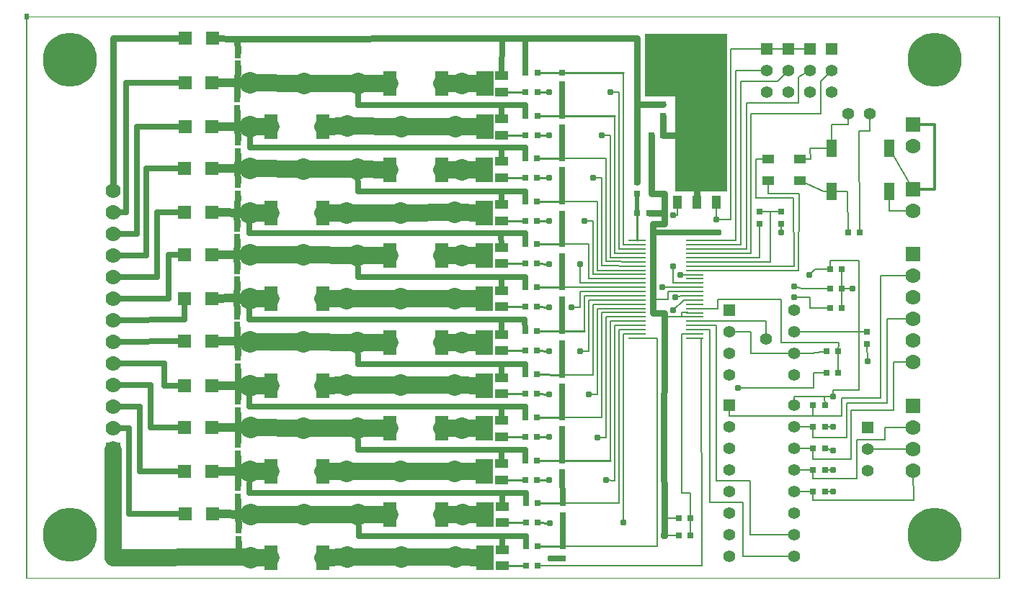
<source format=gtl>
G04*
G04 Format:               Gerber RS-274X*
G04 Layer:                TopCopper*
G04 This File Name:       bms.gtl*
G04 Source File Name:     bms.rrb*
G04 Unique ID:            f0a94124-7116-492a-8d2f-4ebec7e5445f*
G04 Generated Date:       Thursday, 13 March 2014 15:34:31*
G04*
G04 Created Using:        Robot Room Copper Connection v2.5.5143*
G04 Software Contact:     http://www.robotroom.com/CopperConnection/Support.aspx*
G04 License Number:       1402*
G04*
G04 Zero Suppression:     Leading*
G04 Number Precision:     2.4*
G04*
%FSLAX24Y24*%
%MOIN*%
%LNTopCopper*%
%ADD10C,.008*%
%ADD11C,.01*%
%ADD12C,.012*%
%ADD13C,.02*%
%ADD14C,.025*%
%ADD15C,.03*%
%ADD16C,.031*%
%ADD17C,.037*%
%ADD18C,.04*%
%ADD19C,.056*%
%ADD20C,.07*%
%ADD21C,.08*%
%ADD22C,.1*%
%ADD23C,.25*%
%ADD24R,.006X.006*%
%ADD25R,.056X.056*%
%ADD26R,.07X.07*%
%ADD27R,.02X.026*%
%ADD28R,.03X.03*%
%ADD29R,.03X.055*%
%ADD30R,.04X.06*%
%ADD31R,.045X.08*%
%ADD32R,.053X.039*%
%ADD33R,.059X.039*%
%ADD34R,.059X.118*%
%ADD35R,.064X.064*%
%ADD36R,.08X.01*%
%ADD37R,.081X.114*%
%ADD38R,.13X.065*%
G36*
G01X30000Y22800D02*
X32400D01*
Y17900D01*
X30000D01*
Y22800D01*
G37*
G36*
X28600Y25200D02*
X32400D01*
Y22300D01*
X28600D01*
Y25200D01*
G37*
D10*
X30900Y11120D02*
X31210D01*
X31230Y580D01*
X23650D01*
X29490Y1980D02*
X30160D01*
X30710D02*
Y2770D01*
X24800Y1470D02*
X29170Y1480D01*
X30310Y11310D02*
Y3950D01*
X30710D01*
X29490Y2770D02*
X30160D01*
X30710Y3950D02*
Y2770D01*
X30900Y12100D02*
X30300D01*
X30900Y11310D02*
X30310D01*
X30900Y12290D02*
X30300Y12300D01*
X28250Y11310D02*
X27600D01*
X29170Y1480D02*
Y11130D01*
X28250Y11120D01*
X27600Y11310D02*
Y2570D01*
X24800Y3480D02*
X27400D01*
Y11510D01*
X26800Y4540D02*
X27200Y4530D01*
X27400Y11510D02*
X28250D01*
X27200Y11710D02*
X28250D01*
X27200D02*
Y4530D01*
X27000Y5460D02*
Y11900D01*
X28250D01*
X26600Y7460D02*
X24770D01*
X26800Y12100D02*
X28250D01*
X26400Y6530D02*
X26800Y6520D01*
Y12100D01*
X26600Y7460D02*
Y12310D01*
X28250Y12300D01*
X26000Y8510D02*
X26400D01*
X28250Y12690D02*
X26200D01*
X26400Y8510D02*
Y12490D01*
X28250D01*
X26200Y12690D02*
Y9430D01*
X24770D01*
X25600Y10520D02*
X26000D01*
X25800Y11440D02*
Y13090D01*
X26000Y10520D02*
Y12890D01*
X28250D01*
X25800Y13090D02*
X28250Y13080D01*
X25200Y12550D02*
X25600D01*
X33040Y23000D02*
Y15440D01*
X25600Y12550D02*
Y13280D01*
X28250D01*
X37250Y23500D02*
X36750Y23000D01*
X27600Y15450D02*
X28250Y15440D01*
X30900Y15640D02*
X32790D01*
X28250Y13480D02*
X24770Y13470D01*
X36750Y23000D02*
Y21500D01*
X27600Y15450D02*
Y23430D01*
X27010Y22510D02*
X27400Y22520D01*
Y15260D01*
X36750Y21500D02*
X33500D01*
X27400Y15260D02*
X28250Y15250D01*
X27200Y21420D02*
Y15060D01*
X28250Y15050D01*
X26610Y20510D02*
X27000D01*
X24770Y19450D02*
X26800Y19460D01*
X27000Y20510D02*
Y14860D01*
X28250Y14850D01*
X26800Y19460D02*
Y14670D01*
X28250Y14660D01*
X26200Y18550D02*
X26600D01*
X24770Y17440D02*
X26400D01*
X26600Y18550D02*
Y14470D01*
X28250Y14460D01*
X26400Y17440D02*
Y14260D01*
X28250D01*
X25810Y16550D02*
X26200D01*
X24770Y15470D02*
X26000D01*
X26200Y16550D02*
Y14080D01*
X28250Y14070D01*
Y13670D02*
X25600Y13680D01*
X26000Y15470D02*
Y13880D01*
X28250Y13870D01*
X25600Y13680D02*
Y14550D01*
X30900Y13670D02*
X29900D01*
X37240Y17900D02*
X36880D01*
X30090Y17400D02*
Y16800D01*
X31910Y17400D02*
Y16600D01*
X30090Y16800D02*
X29900D01*
X30900Y13470D02*
X29400D01*
X32790Y23500D02*
Y15640D01*
X33300Y22000D02*
Y15250D01*
X29900Y14450D02*
Y13670D01*
X30900Y14060D02*
X30250D01*
X30900Y13280D02*
X29660D01*
Y12910D01*
X28960D01*
X33500Y21500D02*
Y15050D01*
X35250Y24500D02*
X34250D01*
X32580D01*
X30900Y15440D02*
X33040D01*
X32580Y24500D02*
X32570Y16600D01*
X31910D01*
X38540Y16000D02*
X38500Y20700D01*
Y8700D02*
Y11400D01*
X32790Y23500D02*
X34250D01*
X38500Y20700D02*
X39000D01*
X36260Y19400D02*
X36250Y19900D01*
X34750Y23000D02*
X35250Y23500D01*
X37000Y10500D02*
X36300Y10400D01*
X34300Y19400D02*
X33740D01*
X35770D02*
X36260D01*
X30900Y14460D02*
X35500D01*
X34750Y23000D02*
X33040D01*
X30900Y14260D02*
X35720D01*
X34300Y18400D02*
Y17800D01*
X33740Y19400D02*
Y17600D01*
X37240Y17900D02*
X37980D01*
X39890D02*
X39900Y17000D01*
X34300Y17800D02*
X35730D01*
X33740Y17600D02*
X35480D01*
X37980Y17900D02*
X37990Y16000D01*
X30900Y15250D02*
X33300D01*
X37240Y19900D02*
Y21000D01*
X38000D01*
Y21500D01*
X37320Y8400D02*
Y8700D01*
X39900Y17000D02*
X41010D01*
X40110Y7780D02*
X38140D01*
X35770Y18400D02*
X36880Y17900D01*
X32900Y8800D02*
X36400D01*
X37320Y8700D02*
X38500D01*
X36250Y19900D02*
X37240D01*
X37550Y10500D02*
X37560Y10900D01*
X36400Y8800D02*
Y9500D01*
X41010Y18000D02*
X39890Y19900D01*
X36400Y9500D02*
X37000D01*
X36380Y7500D02*
X32500D01*
X37160Y14300D02*
X36480D01*
X34900Y16430D02*
Y16000D01*
X30900Y11510D02*
X31600Y11500D01*
X37160Y14300D02*
Y14720D01*
X33460Y4500D02*
X31900D01*
X30900Y11900D02*
X34210Y11920D01*
X31900Y4500D02*
Y11700D01*
X31600Y11500D02*
Y3500D01*
X33140D01*
X30900Y12490D02*
X31970D01*
X33140Y3500D02*
Y1000D01*
X33460Y4500D02*
Y2000D01*
X33140Y1000D02*
X35500D01*
X33460Y2000D02*
X35500D01*
X31970Y12490D02*
Y12900D01*
X35500Y11400D02*
X38500D01*
X41010Y14000D02*
X39500D01*
X37930Y6500D02*
Y8100D01*
X35500Y7000D02*
X36380D01*
X41010Y12000D02*
X39800D01*
X41030Y3600D02*
X36380D01*
X38890Y5990D02*
X41010D01*
X32500Y7500D02*
Y8000D01*
X41010Y6990D02*
X39710Y6980D01*
X40110Y7780D02*
Y10000D01*
X37700Y8360D02*
Y7500D01*
X35500Y8000D02*
X35490Y8400D01*
X41010Y4990D02*
X41030Y3600D01*
X36380Y5000D02*
Y4600D01*
X35500Y6000D02*
X36380D01*
Y3600D02*
Y4000D01*
X31900Y11700D02*
X30900D01*
X31970Y12900D02*
X34900D01*
X38880Y10850D02*
X38910Y10050D01*
X34900Y10900D02*
X37560D01*
X35500Y10400D02*
X36300D01*
X32500Y11400D02*
X33500D01*
X34900Y10900D02*
Y12900D01*
X35490Y8400D02*
X36920D01*
X36380Y8000D02*
Y7500D01*
X37700D01*
X38150Y5510D02*
X36380Y5500D01*
Y7000D02*
Y6500D01*
X37930D01*
X39500Y14000D02*
Y8360D01*
X36380Y5500D02*
Y6000D01*
X39710Y6980D02*
Y6400D01*
X39500Y8360D02*
X37700D01*
X39710Y6400D02*
X38390D01*
Y4620D01*
X37550Y9500D02*
Y10500D01*
X38390Y4620D02*
X36380Y4600D01*
X37320Y8400D02*
X36920D01*
X33500Y11400D02*
Y10400D01*
X35500D01*
X36930Y8000D02*
X36920Y8400D01*
X36930Y7000D02*
X37320D01*
X36930Y6000D02*
X37320Y5900D01*
X36930Y5000D02*
X37320D01*
X36930Y4000D02*
X37320D01*
X35500Y5000D02*
X36380D01*
X35500Y4000D02*
X36380D01*
X30900Y13080D02*
X30300D01*
X30900Y12880D02*
X30400D01*
X30300Y13080D02*
X30000Y13000D01*
X30400Y12880D02*
X29900Y12400D01*
X37160Y12500D02*
X36250D01*
X38500Y11400D02*
Y14720D01*
X29520Y12100D02*
X30300D01*
X37710Y12500D02*
Y13400D01*
X35500Y13000D02*
X36250D01*
X37710Y13400D02*
X38200D01*
X36250Y13000D02*
Y12500D01*
X30900Y15050D02*
X33500D01*
X30300Y12300D02*
Y12100D01*
X34200Y11090D02*
X34210Y11920D01*
X38150Y5510D02*
X38140Y7780D01*
X41010Y10000D02*
X40110D01*
X39800Y8100D02*
X37930D01*
X39800D02*
Y12000D01*
X37710Y13400D02*
Y14300D01*
X37160Y13400D02*
X35860D01*
X37160Y14720D02*
X38500D01*
Y11400D02*
X38880D01*
X36200Y14060D02*
X36480Y14300D01*
X35860Y13400D02*
X35500Y13500D01*
X35480Y17600D02*
X35500Y14460D01*
X35730Y17800D02*
X35720Y14260D01*
X30900Y14850D02*
X33890D01*
X39000Y20700D02*
Y21500D01*
X33890Y14850D02*
X33900Y16430D01*
X34900Y16980D02*
X34400D01*
X33900D02*
X34900D01*
X34400D02*
Y14650D01*
X30900D01*
X35250Y24500D02*
X36250D01*
X33300Y22000D02*
X35700D01*
Y23200D01*
X36250Y23500D01*
D11*
X23650Y1480D02*
X24800Y1470D01*
X23100Y580D02*
X22000D01*
X23650Y3480D02*
X24800D01*
X23100Y2580D02*
X22000D01*
X23650D02*
X24200Y2560D01*
X23620Y5460D02*
X24770Y5450D01*
X23070Y4560D02*
X21970D01*
X23620D02*
X24170Y4540D01*
X24770Y5450D02*
X27000Y5460D01*
X23620Y7460D02*
X24770D01*
X23070Y6560D02*
X21970D01*
X23620D02*
X24170Y6540D01*
X23620Y9440D02*
X24770Y9430D01*
X23070Y8540D02*
X21970D01*
X23620D02*
X24170Y8520D01*
X23620Y11440D02*
X24770D01*
X23070Y10540D02*
X21970D01*
X23620D02*
X24170Y10520D01*
X24770Y11440D02*
X25800D01*
X23620Y13470D02*
X24770D01*
X23070Y12570D02*
X21970D01*
X23620D02*
X24170Y12550D01*
X23620Y15470D02*
X24770D01*
X23070Y14570D02*
X21970D01*
X23620D02*
X24170Y14550D01*
X23620Y17450D02*
X24770Y17440D01*
X23070Y16550D02*
X21970D01*
X23620D02*
X24170D01*
X23620Y19450D02*
X24770D01*
X23070Y18550D02*
X21970D01*
X23620D02*
X24170D01*
X23630Y21430D02*
X24780Y21420D01*
X23080Y20530D02*
X21980D01*
X23630D02*
X24180Y20510D01*
X24780Y21420D02*
X27200D01*
X23630Y23430D02*
X24780D01*
X23080Y22530D02*
X21980D01*
X23630D02*
X24180Y22510D01*
X24780Y23430D02*
X27600D01*
X28250Y16900D02*
Y15640D01*
D12*
X41010Y21000D02*
X42010D01*
Y18000D01*
X41010D01*
D13*
X28250Y17800D02*
Y16900D01*
D14*
X23100Y1960D02*
X22000D01*
X23100D02*
Y1480D01*
X22000Y1330D02*
Y1960D01*
X15360D01*
X24800Y1470D02*
Y2930D01*
X24250Y930D02*
X24800Y920D01*
X10330Y4940D02*
X10320Y3960D01*
X10330Y19950D02*
X21970D01*
X15340Y21910D02*
X21980D01*
X10320Y15970D02*
X21940D01*
X15330Y17930D02*
X21970D01*
X10320Y7960D02*
X21960D01*
X10320Y11970D02*
X21970D01*
X15330Y13950D02*
X21970D01*
X4000Y6960D02*
X4750D01*
X4000Y7960D02*
X5250D01*
X4750Y6960D02*
Y2970D01*
X7350D01*
X5250Y7960D02*
Y4950D01*
X7320D01*
X15350Y2960D02*
X15360Y1960D01*
X15330Y9920D02*
X21970D01*
X15330Y5940D02*
X21970D01*
X15320Y6950D02*
X15330Y5940D01*
X21970D02*
Y5310D01*
X15330Y22920D02*
X15340Y21910D01*
X10330Y8920D02*
X10320Y7960D01*
X21960D02*
X21970Y7310D01*
X23070Y5940D02*
Y5460D01*
X21960Y7960D02*
X23070D01*
X24770Y6910D02*
Y5450D01*
X21970Y11970D02*
X23050D01*
X15320Y10930D02*
X15330Y9920D01*
X21970D02*
Y9290D01*
X23070Y7960D02*
Y7460D01*
X21970Y9920D02*
X23070D01*
X10330Y12950D02*
X10320Y11970D01*
X21970D02*
Y11290D01*
X23070Y9920D02*
Y9440D01*
X21940Y15970D02*
X23070D01*
X24770Y10890D02*
Y9430D01*
X22000Y3960D02*
Y3330D01*
X10320Y3960D02*
X22000D01*
X23090D02*
X23100Y3480D01*
X4000Y8960D02*
X5750D01*
Y6990D01*
X7320D01*
X24770Y8880D02*
Y7460D01*
Y4900D02*
X24800Y3480D01*
X21970Y13950D02*
X23070D01*
X4000Y9960D02*
X6360D01*
X4000Y10960D02*
X7320Y10970D01*
X6360Y9960D02*
Y8910D01*
X7320D01*
X4000Y11960D02*
X7320Y11970D01*
X23050D02*
X23070Y11440D01*
X4000Y12960D02*
X6570D01*
X21970Y19950D02*
X23070D01*
X15320Y14960D02*
X15330Y13950D01*
X21970D02*
Y13320D01*
Y17930D02*
X23070D01*
X10330Y16930D02*
X10320Y15970D01*
X21940D02*
X21970Y15320D01*
X23070Y13950D02*
Y13470D01*
X24770Y14920D02*
Y13470D01*
X21980Y21910D02*
Y21280D01*
X15320Y18950D02*
X15330Y17930D01*
X21970D02*
Y17300D01*
X23070Y15970D02*
Y15470D01*
X21980Y21910D02*
X23080D01*
X10340Y20910D02*
X10330Y19950D01*
X21970D02*
Y19300D01*
X23070Y17930D02*
Y17450D01*
X24770Y18900D02*
Y17440D01*
X7320Y11970D02*
Y12960D01*
X24770Y15470D02*
Y16890D01*
Y12920D02*
Y11440D01*
X4000Y13960D02*
X6040D01*
X6570Y12960D02*
Y14980D01*
X7320D01*
X4000Y14960D02*
X5540D01*
X6040Y13960D02*
Y16940D01*
X7320D01*
X5540Y14960D02*
Y18980D01*
X7320D01*
X23080Y21910D02*
Y21430D01*
X24780Y21420D02*
Y22880D01*
X23070Y19950D02*
Y19450D01*
X24770D02*
X24780Y20870D01*
X23080Y25000D02*
Y23430D01*
X21980Y23280D02*
X21990Y25000D01*
X4000Y15960D02*
X5090D01*
X4000Y16960D02*
X4620D01*
X5090Y15960D02*
Y20920D01*
X7330D01*
X4620Y16960D02*
Y22960D01*
X7330D01*
X21970Y5940D02*
X23070D01*
X22000Y3960D02*
X23090D01*
X30900Y16000D02*
X32000D01*
X30900D02*
X28960D01*
D15*
X23080Y25000D02*
X21990D01*
X4000Y17960D02*
Y25000D01*
X8590D02*
X9740Y24990D01*
X4000Y25000D02*
X7340D01*
X9760Y24360D02*
X9740Y24990D01*
X9760Y23700D02*
X9740Y22910D01*
X21990Y25000D02*
X9740Y24990D01*
X29490Y1980D02*
Y2770D01*
Y3910D02*
X29480Y5000D01*
X29490Y3910D02*
Y2770D01*
X9790Y2350D02*
X9770Y2960D01*
X9790Y1690D02*
Y970D01*
X9770Y6320D02*
X9760Y6980D01*
X9770Y5660D02*
X9760Y4960D01*
Y10350D02*
X9750Y10980D01*
X9760Y9690D02*
Y8910D01*
X9770Y4320D02*
X9760Y4960D01*
X9770Y3660D02*
Y2960D01*
X9780Y8320D02*
X9760Y8910D01*
X9780Y7660D02*
X9760Y6980D01*
X9730Y14360D02*
X9720Y14950D01*
X9730Y13700D02*
X9720Y12970D01*
X9760Y18350D02*
X9750Y18930D01*
X9760Y17690D02*
X9710Y16920D01*
X9750Y12260D02*
X9720Y12970D01*
X9730Y16330D02*
X9710Y16920D01*
X9730Y15670D02*
X9720Y14950D01*
X9750Y11600D02*
Y10980D01*
X23080Y25000D02*
X28250D01*
Y18350D02*
X28230Y21950D01*
X9740Y22320D02*
Y22910D01*
Y21660D02*
Y20900D01*
X9760Y20300D02*
X9740Y20900D01*
X9760Y19640D02*
X9750Y18930D01*
X28800Y16900D02*
X29490D01*
X28250Y25000D02*
X28230Y21950D01*
X29450D02*
X28230D01*
X29450Y21400D02*
Y20500D01*
X31000D01*
X28900D02*
Y17800D01*
X29490D01*
X31000Y17400D02*
Y20500D01*
X29490Y17800D02*
Y16900D01*
X29500Y16400D01*
X28960Y12910D02*
Y16000D01*
Y16400D02*
Y16000D01*
X29520Y12100D02*
X29480Y5000D01*
X29500Y12290D02*
X28960D01*
Y16400D02*
X29500D01*
X28960Y12290D02*
Y12910D01*
X29520Y12100D02*
X29500Y12290D01*
D16*
X26800Y4540D03*
X27600Y2570D03*
X24200Y2560D03*
X24250Y930D03*
X26400Y6530D03*
X26000Y8510D03*
X25600Y10520D03*
X24170Y4540D03*
Y6540D03*
X25200Y12550D03*
X24170Y8520D03*
Y10520D03*
Y12550D03*
X26610Y20510D03*
X24170Y14550D03*
X25600D03*
X27010Y22510D03*
X24170Y16550D03*
Y18550D03*
X26200D03*
X24180Y20510D03*
Y22510D03*
X25810Y16550D03*
X29900Y14450D03*
Y16800D03*
X29400Y13470D03*
X31910Y16600D03*
X35500Y13500D03*
Y13000D03*
X30250Y14060D03*
X32000Y16000D03*
X34900D03*
X30000Y13000D03*
X38910Y10050D03*
X29900Y12400D03*
X29480Y5000D03*
X32900Y8800D03*
X37320Y5000D03*
Y4000D03*
Y5900D03*
Y7000D03*
Y8400D03*
X38200Y13400D03*
X36200Y14060D03*
D17*
X29490Y1980D03*
D18*
X8570Y6990D02*
X9760Y6980D01*
X8570Y8910D02*
X9760D01*
X8570Y10970D02*
X9750Y10980D01*
X10360Y2960D02*
X8600Y2970D01*
X10380Y6970D02*
X9760Y6980D01*
X10330Y10960D02*
X9750Y10980D01*
X8570Y4950D02*
X9760Y4960D01*
X10330Y4940D02*
X9760Y4960D01*
X10330Y8920D02*
X9760Y8910D01*
X10330Y14970D02*
X8570Y14980D01*
X10330Y18970D02*
X8570Y18980D01*
Y12960D02*
X9720Y12970D01*
X10330Y12950D02*
X9720Y12970D01*
X10330Y16930D02*
X8570Y16940D01*
X10340Y22940D02*
X8580Y22960D01*
X10340Y20910D02*
X8580Y20920D01*
D19*
X37250Y22500D03*
X32500Y7000D03*
X37250Y23500D03*
X32500Y6000D03*
Y5000D03*
Y4000D03*
Y3000D03*
Y2000D03*
Y1000D03*
X35500D03*
Y2000D03*
Y3000D03*
Y4000D03*
Y5000D03*
Y6000D03*
Y7000D03*
Y8000D03*
X35250Y22500D03*
Y23500D03*
X34250Y22500D03*
Y23500D03*
X32500Y11400D03*
Y10400D03*
Y9400D03*
X35500D03*
Y10400D03*
Y11400D03*
Y12400D03*
X38000Y21500D03*
X39000D03*
X38890Y4990D03*
Y5990D03*
X34200Y11090D03*
X36250Y22500D03*
Y23500D03*
D20*
X4000Y7960D03*
Y8960D03*
Y6960D03*
Y10960D03*
Y9960D03*
Y11960D03*
Y13960D03*
Y12960D03*
Y14960D03*
Y15960D03*
X41010Y13000D03*
Y12000D03*
Y14000D03*
Y10000D03*
X4000Y17960D03*
Y16960D03*
X41010Y11000D03*
Y5990D03*
Y4990D03*
Y6990D03*
Y20000D03*
Y17000D03*
D21*
X10360Y960D02*
X9790Y970D01*
X13720Y960D02*
X14850Y970D01*
X11320Y960D02*
X10360D01*
Y2960D02*
X12850Y2950D01*
X14850Y970D02*
X17350D01*
X19220Y2960D02*
X20170D01*
X17350Y970D02*
X19850D01*
X12850Y2950D02*
X15350Y2960D01*
X19850Y970D02*
X21210Y960D01*
X20170Y2960D02*
X21210D01*
X15350D02*
X16820D01*
X4000Y5960D02*
Y960D01*
X9790Y970D01*
X13690Y4940D02*
X14820Y4960D01*
X11290Y4940D02*
X10330D01*
X10380Y6970D02*
X12820Y6960D01*
X14820Y4960D02*
X17320D01*
X19190Y6940D02*
X20140D01*
X17320Y4960D02*
X19820Y4950D01*
X12820Y6960D02*
X15320Y6950D01*
X19820Y4950D02*
X21180Y4940D01*
X20140Y6940D02*
X21180D01*
X15320Y6950D02*
X16790Y6940D01*
X13690Y8920D02*
X14820Y8950D01*
X11290Y8920D02*
X10330D01*
Y10960D02*
X12820Y10940D01*
X14820Y8950D02*
X17320D01*
X19190Y10920D02*
X20140D01*
X17320Y8950D02*
X19820Y8940D01*
X12820Y10940D02*
X15320Y10930D01*
X19820Y8940D02*
X21180Y8920D01*
X20140Y10920D02*
X21180D01*
X15320Y10930D02*
X16790Y10920D01*
X13690Y12950D02*
X14820D01*
X11290D02*
X10330D01*
Y14970D02*
X12820D01*
X14820Y12950D02*
X17320D01*
X19190Y14950D02*
X20140D01*
X17320Y12950D02*
X19820D01*
X12820Y14970D02*
X15320Y14960D01*
X19820Y12950D02*
X21180D01*
X20140Y14950D02*
X21180D01*
X15320Y14960D02*
X16790Y14950D01*
X13690Y16930D02*
X14820Y16920D01*
X11290Y16930D02*
X10330D01*
Y18970D02*
X12820Y18960D01*
X14820Y16920D02*
X17320Y16930D01*
X19190Y18930D02*
X20140D01*
X17320Y16930D02*
X19820Y16940D01*
X12820Y18960D02*
X15320Y18950D01*
X19820Y16940D02*
X21180Y16930D01*
X20140Y18930D02*
X21180D01*
X15320Y18950D02*
X16790Y18930D01*
X13700Y20910D02*
X14830Y20940D01*
X11300Y20910D02*
X10340D01*
Y22940D02*
X12830Y22930D01*
X14830Y20940D02*
X17330Y20930D01*
X19200Y22910D02*
X20150D01*
X17330Y20930D02*
X19830Y20920D01*
X12830Y22930D02*
X15330Y22920D01*
X19830Y20920D02*
X21190Y20910D01*
X20150Y22910D02*
X21190D01*
X15330Y22920D02*
X16800Y22910D01*
D22*
X10360Y2960D03*
Y960D03*
X20170Y2960D03*
X12850Y2950D03*
X15350Y2960D03*
X14850Y970D03*
X17350D03*
X19850D03*
X10380Y6970D03*
X10330Y4940D03*
X20140Y6940D03*
X12820Y6960D03*
X15320Y6950D03*
X14820Y4960D03*
X17320D03*
X19820Y4950D03*
X10330Y10960D03*
Y8920D03*
X20140Y10920D03*
X12820Y10940D03*
X15320Y10930D03*
X14820Y8950D03*
X17320D03*
X19820Y8940D03*
X10330Y14970D03*
Y12950D03*
X20140Y14950D03*
X12820Y14970D03*
X15320Y14960D03*
X14820Y12950D03*
X17320D03*
X19820D03*
X10330Y18970D03*
Y16930D03*
X20140Y18930D03*
X12820Y18960D03*
X15320Y18950D03*
X14820Y16920D03*
X17320Y16930D03*
X19820Y16940D03*
X10340Y22940D03*
Y20910D03*
X20150Y22910D03*
X12830Y22930D03*
X15330Y22920D03*
X14830Y20940D03*
X17330Y20930D03*
X19830Y20920D03*
D23*
X2000Y24000D03*
X42000D03*
Y2000D03*
X2000D03*
D25*
X32500Y8000D03*
X37250Y24500D03*
X32500Y12400D03*
X35250Y24500D03*
X34250D03*
X38890Y6990D03*
X36250Y24500D03*
D26*
X4000Y5960D03*
X41010Y15000D03*
Y7990D03*
Y21000D03*
Y18000D03*
D27*
X0Y26000D03*
D28*
X23100Y580D03*
X23650D03*
X23100Y2580D03*
X23650D03*
X23100Y3480D03*
X23650D03*
X24800Y2930D03*
Y3480D03*
X23100Y1480D03*
X23650D03*
X24800Y920D03*
Y1470D03*
X29450Y21400D03*
Y21950D03*
X28250Y17800D03*
X30710Y2770D03*
X30160Y1980D03*
X30710D03*
X30160Y2770D03*
X28900Y20500D03*
X29450D03*
X28250Y18350D03*
X23070Y4560D03*
X23620D03*
X23070Y6560D03*
X23620D03*
X23070Y7460D03*
X23620D03*
X24770Y6910D03*
Y7460D03*
X23070Y5460D03*
X23620D03*
X24770Y4900D03*
Y5450D03*
X23070Y8540D03*
X23620D03*
X23070Y10540D03*
X23620D03*
X23070Y11440D03*
X23620D03*
X24770Y10890D03*
Y11440D03*
X23070Y9440D03*
X23620D03*
X24770Y8880D03*
Y9430D03*
X23070Y12570D03*
X23620D03*
X23070Y14570D03*
X23620D03*
X23070Y15470D03*
X23620D03*
X24770Y14920D03*
Y15470D03*
X23070Y13470D03*
X23620D03*
X24770Y12920D03*
Y13470D03*
X23070Y16550D03*
X23620D03*
X23070Y18550D03*
X23620D03*
X23070Y19450D03*
X23620D03*
X24770Y18900D03*
Y19450D03*
X23070Y17450D03*
X23620D03*
X24770Y16890D03*
Y17440D03*
X28250Y16900D03*
X28800D03*
X23080Y20530D03*
X23630D03*
X23080Y22530D03*
X23630D03*
X23080Y23430D03*
X23630D03*
X24780Y22880D03*
Y23430D03*
X23080Y21430D03*
X23630D03*
X24780Y20870D03*
Y21420D03*
X38540Y16000D03*
X37990D03*
X33900Y16980D03*
Y16430D03*
X38880Y11400D03*
X36930Y7000D03*
X37000Y10500D03*
X37550D03*
X38880Y10850D03*
X36380Y7000D03*
X36930Y6000D03*
X36380D03*
X36930Y8000D03*
X37000Y9500D03*
X37550D03*
X36380Y8000D03*
X36930Y5000D03*
X36380D03*
X36930Y4000D03*
X36380D03*
X34900Y16980D03*
X37160Y13400D03*
X37710D03*
X37160Y12500D03*
X37710D03*
X37160Y14300D03*
X37710D03*
X34900Y16430D03*
D29*
X9760Y20300D03*
Y19640D03*
X9730Y16330D03*
Y15670D03*
X9740Y22320D03*
Y21660D03*
X9770Y6320D03*
Y5660D03*
Y4320D03*
X9790Y2350D03*
X9770Y3660D03*
X9790Y1690D03*
X9780Y8320D03*
Y7660D03*
X9750Y12260D03*
Y11600D03*
X9760Y10350D03*
Y9690D03*
Y18350D03*
X9730Y14360D03*
Y13700D03*
X9760Y17690D03*
Y24360D03*
Y23700D03*
D30*
X31000Y17400D03*
X31910D03*
X30090D03*
D31*
X37240Y19900D03*
Y17900D03*
X39890Y19900D03*
Y17900D03*
D32*
X34300Y19400D03*
Y18400D03*
X35770Y19400D03*
Y18400D03*
D33*
X22000Y580D03*
Y1330D03*
Y2580D03*
Y3330D03*
X21970Y4560D03*
Y5310D03*
Y6560D03*
Y7310D03*
Y8540D03*
Y9290D03*
Y10540D03*
Y11290D03*
Y12570D03*
Y13320D03*
Y14570D03*
Y15320D03*
Y16550D03*
Y17300D03*
Y18550D03*
Y19300D03*
X21980Y20530D03*
Y21280D03*
Y22530D03*
Y23280D03*
D34*
X13720Y960D03*
X11320D03*
X19220Y2960D03*
X16820D03*
X13690Y4940D03*
X11290D03*
X19190Y6940D03*
X16790D03*
X13690Y8920D03*
X11290D03*
X19190Y10920D03*
X16790D03*
X13690Y12950D03*
X11290D03*
X19190Y14950D03*
X16790D03*
X13690Y16930D03*
X11290D03*
X19190Y18930D03*
X16790D03*
X13700Y20910D03*
X11300D03*
X19200Y22910D03*
X16800D03*
D35*
X7340Y25000D03*
X8590D03*
X7320Y4950D03*
X8570D03*
X7350Y2970D03*
X8600D03*
X7320Y6990D03*
X8570D03*
X7320Y10970D03*
X8570D03*
X7320Y8910D03*
X8570D03*
X7320Y12960D03*
X8570D03*
X7320Y14980D03*
X8570D03*
X7320Y18980D03*
X8570D03*
X7320Y16940D03*
X8570D03*
X7330Y22960D03*
X8580D03*
X7330Y20920D03*
X8580D03*
D36*
X28250Y12690D03*
Y12890D03*
Y13080D03*
Y13280D03*
Y13480D03*
Y13670D03*
Y13870D03*
Y14070D03*
Y14260D03*
Y14460D03*
Y14660D03*
Y14850D03*
Y15050D03*
Y15250D03*
Y15440D03*
Y15640D03*
Y11510D03*
Y11710D03*
Y11900D03*
Y12100D03*
Y12300D03*
Y12490D03*
X30900Y11900D03*
Y12100D03*
Y12290D03*
Y12490D03*
Y12690D03*
Y12880D03*
Y13080D03*
Y13280D03*
Y13470D03*
Y13670D03*
Y13870D03*
Y14060D03*
Y14260D03*
Y14460D03*
Y14650D03*
Y14850D03*
X28250Y11310D03*
Y11120D03*
X30900D03*
Y11310D03*
Y11510D03*
Y11700D03*
Y15050D03*
Y15250D03*
Y15440D03*
Y15640D03*
D37*
X21210Y960D03*
Y2960D03*
X21180Y4940D03*
Y6940D03*
Y8920D03*
Y10920D03*
Y12950D03*
Y14950D03*
Y16930D03*
Y18930D03*
X21190Y20910D03*
Y22910D03*
D38*
X31000Y19880D03*
D24*
X0Y26000D02*
X45000D01*
Y0D01*
X0D01*
Y26000D01*
M02*

</source>
